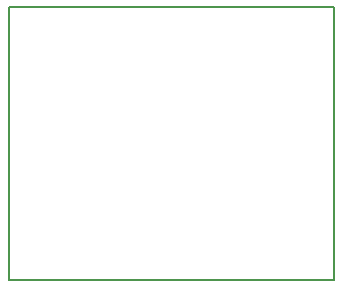
<source format=gbr>
G04 #@! TF.FileFunction,Profile,NP*
%FSLAX46Y46*%
G04 Gerber Fmt 4.6, Leading zero omitted, Abs format (unit mm)*
G04 Created by KiCad (PCBNEW 4.0.2+e4-6225~38~ubuntu16.04.1-stable) date Thu 28 Jul 2016 06:36:17 PM PDT*
%MOMM*%
G01*
G04 APERTURE LIST*
%ADD10C,0.100000*%
%ADD11C,0.150000*%
G04 APERTURE END LIST*
D10*
D11*
X189460000Y-101230000D02*
X161960000Y-101230000D01*
X189460000Y-124330000D02*
X189460000Y-101230000D01*
X161960000Y-124330000D02*
X189460000Y-124330000D01*
X161960000Y-101230000D02*
X161960000Y-124330000D01*
M02*

</source>
